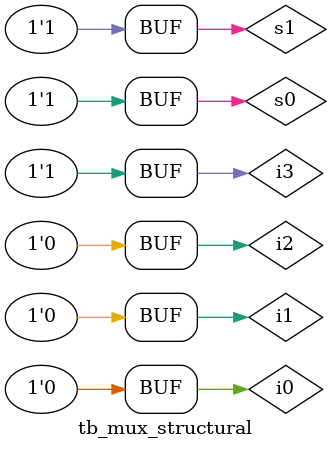
<source format=v>
`timescale 1ns / 1ps


module tb_mux_structural;
    reg i0;
    reg i1;
    reg i2;
    reg i3;
    reg s0;
    reg s1;
    wire d;
    
    Mux_structural uut(
        .i0(i0),
        .i1(i1),
        .i2(i2),
        .i3(i3),
        .s0(s0),
        .s1(s1),
        .d(d)
    );
    
    initial begin
    
    i0=0;
    i1=0;
    i2=0;
    i3=0;
    s1=0;
    s0=0;
    
    #50;
    
    i0=0;
    i1=0;
    i2=0;
    i3=0;
    s1=0;
    s0=0;
    #50
    $display("TC01");
    if(d!=1'b0 ) $display (" Result is wrong");
    
    i0=0;
    i1=0;
    i2=0;
    i3=0;
    s1=0;
    s0=1;
    #50
    $display("TC02");
    if(d!=1'b0 ) $display (" Result is wrong");
    
    i0=0;
    i1=0;
    i2=0;
    i3=0;
    s1=1;
    s0=0;
    #50
    $display("TC03");
    if(d!=1'b0 ) $display (" Result is wrong");
    
    i0=0;
    i1=0;
    i2=0;
    i3=0;
    s1=1;
    s0=1;
    #50
    $display("TC04");
    if(d!=1'b0 ) $display (" Result is wrong");
    
    i0=1;
    i1=0;
    i2=0;
    i3=0;
    s1=0;
    s0=0;
    #50
    $display("TC05");
    if(d!=1'b1 ) $display (" Result is wrong");
    
    i0=0;
    i1=1;
    i2=0;
    i3=0;
    s1=0;
    s0=1;
    #50
    $display("TC06");
    if(d!=1'b1 ) $display (" Result is wrong");
    
    
    i0=0;
    i1=0;
    i2=1;
    i3=0;
    s1=1;
    s0=0;
    #50
    $display("TC07");
    if(d!=1'b1 ) $display (" Result is wrong");
    
    i0=0;
    i1=0;
    i2=0;
    i3=1;
    s1=1;
    s0=1;
    #50
    $display("TC08");
    if(d!=1'b1 ) $display (" Result is wrong");
    
    
    end
endmodule

</source>
